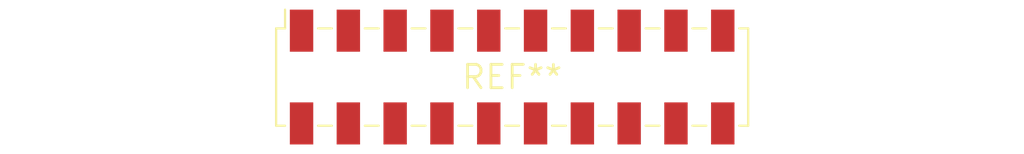
<source format=kicad_pcb>
(kicad_pcb (version 20240108) (generator pcbnew)
  (layers (0 "F.Cu" signal) (31 "B.Cu" signal) (34 "B.Paste" user) (35 "F.Paste" user) (36 "B.SilkS" user "B.Silkscreen") (37 "F.SilkS" user "F.Silkscreen") (38 "B.Mask" user) (39 "F.Mask" user) (44 "Edge.Cuts" user))
  (net 0 "")
  (footprint "Samtec_HLE-110-02-xxx-DV_2x10_P2.54mm_Horizontal" (layer "F.Cu") (at 0 0)
    (property "Reference" "REF**")
    (property "Value" "Samtec_HLE-110-02-xxx-DV_2x10_P2.54mm_Horizontal")
    (fp_line (start -12.81 -2.65) (end -12.81 2.65) (layer "F.SilkS") (stroke (width 0.12)))
    (fp_line (start -12.81 2.65) (end -12.325 2.65) (layer "F.SilkS") (stroke (width 0.12)))
    (fp_line (start -12.325 -3.67) (end -12.325 -2.65) (layer "F.SilkS") (stroke (width 0.12)))
    (fp_line (start -12.325 -2.65) (end -12.81 -2.65) (layer "F.SilkS") (stroke (width 0.12)))
    (fp_line (start -10.535 -2.65) (end -9.785 -2.65) (layer "F.SilkS") (stroke (width 0.12)))
    (fp_line (start -10.535 2.65) (end -9.785 2.65) (layer "F.SilkS") (stroke (width 0.12)))
    (fp_line (start -7.995 -2.65) (end -7.245 -2.65) (layer "F.SilkS") (stroke (width 0.12)))
    (fp_line (start -7.995 2.65) (end -7.245 2.65) (layer "F.SilkS") (stroke (width 0.12)))
    (fp_line (start -5.455 -2.65) (end -4.705 -2.65) (layer "F.SilkS") (stroke (width 0.12)))
    (fp_line (start -5.455 2.65) (end -4.705 2.65) (layer "F.SilkS") (stroke (width 0.12)))
    (fp_line (start -2.915 -2.65) (end -2.165 -2.65) (layer "F.SilkS") (stroke (width 0.12)))
    (fp_line (start -2.915 2.65) (end -2.165 2.65) (layer "F.SilkS") (stroke (width 0.12)))
    (fp_line (start -0.375 -2.65) (end 0.375 -2.65) (layer "F.SilkS") (stroke (width 0.12)))
    (fp_line (start -0.375 2.65) (end 0.375 2.65) (layer "F.SilkS") (stroke (width 0.12)))
    (fp_line (start 2.165 -2.65) (end 2.915 -2.65) (layer "F.SilkS") (stroke (width 0.12)))
    (fp_line (start 2.165 2.65) (end 2.915 2.65) (layer "F.SilkS") (stroke (width 0.12)))
    (fp_line (start 4.705 -2.65) (end 5.455 -2.65) (layer "F.SilkS") (stroke (width 0.12)))
    (fp_line (start 4.705 2.65) (end 5.455 2.65) (layer "F.SilkS") (stroke (width 0.12)))
    (fp_line (start 7.245 -2.65) (end 7.995 -2.65) (layer "F.SilkS") (stroke (width 0.12)))
    (fp_line (start 7.245 2.65) (end 7.995 2.65) (layer "F.SilkS") (stroke (width 0.12)))
    (fp_line (start 9.785 -2.65) (end 10.535 -2.65) (layer "F.SilkS") (stroke (width 0.12)))
    (fp_line (start 9.785 2.65) (end 10.535 2.65) (layer "F.SilkS") (stroke (width 0.12)))
    (fp_line (start 12.325 -2.65) (end 12.81 -2.65) (layer "F.SilkS") (stroke (width 0.12)))
    (fp_line (start 12.81 -2.65) (end 12.81 2.65) (layer "F.SilkS") (stroke (width 0.12)))
    (fp_line (start 12.81 2.65) (end 12.325 2.65) (layer "F.SilkS") (stroke (width 0.12)))
    (pad "1" smd rect (at -11.43 -2.525) (size 1.27 2.29) (layers "F.Cu" "F.Paste" "F.Mask"))
    (pad "2" smd rect (at -11.43 2.525) (size 1.27 2.29) (layers "F.Cu" "F.Paste" "F.Mask"))
    (pad "3" smd rect (at -8.89 -2.525) (size 1.27 2.29) (layers "F.Cu" "F.Paste" "F.Mask"))
    (pad "4" smd rect (at -8.89 2.525) (size 1.27 2.29) (layers "F.Cu" "F.Paste" "F.Mask"))
    (pad "5" smd rect (at -6.35 -2.525) (size 1.27 2.29) (layers "F.Cu" "F.Paste" "F.Mask"))
    (pad "6" smd rect (at -6.35 2.525) (size 1.27 2.29) (layers "F.Cu" "F.Paste" "F.Mask"))
    (pad "7" smd rect (at -3.81 -2.525) (size 1.27 2.29) (layers "F.Cu" "F.Paste" "F.Mask"))
    (pad "8" smd rect (at -3.81 2.525) (size 1.27 2.29) (layers "F.Cu" "F.Paste" "F.Mask"))
    (pad "9" smd rect (at -1.27 -2.525) (size 1.27 2.29) (layers "F.Cu" "F.Paste" "F.Mask"))
    (pad "10" smd rect (at -1.27 2.525) (size 1.27 2.29) (layers "F.Cu" "F.Paste" "F.Mask"))
    (pad "11" smd rect (at 1.27 -2.525) (size 1.27 2.29) (layers "F.Cu" "F.Paste" "F.Mask"))
    (pad "12" smd rect (at 1.27 2.525) (size 1.27 2.29) (layers "F.Cu" "F.Paste" "F.Mask"))
    (pad "13" smd rect (at 3.81 -2.525) (size 1.27 2.29) (layers "F.Cu" "F.Paste" "F.Mask"))
    (pad "14" smd rect (at 3.81 2.525) (size 1.27 2.29) (layers "F.Cu" "F.Paste" "F.Mask"))
    (pad "15" smd rect (at 6.35 -2.525) (size 1.27 2.29) (layers "F.Cu" "F.Paste" "F.Mask"))
    (pad "16" smd rect (at 6.35 2.525) (size 1.27 2.29) (layers "F.Cu" "F.Paste" "F.Mask"))
    (pad "17" smd rect (at 8.89 -2.525) (size 1.27 2.29) (layers "F.Cu" "F.Paste" "F.Mask"))
    (pad "18" smd rect (at 8.89 2.525) (size 1.27 2.29) (layers "F.Cu" "F.Paste" "F.Mask"))
    (pad "19" smd rect (at 11.43 -2.525) (size 1.27 2.29) (layers "F.Cu" "F.Paste" "F.Mask"))
    (pad "20" smd rect (at 11.43 2.525) (size 1.27 2.29) (layers "F.Cu" "F.Paste" "F.Mask"))
  )
)
</source>
